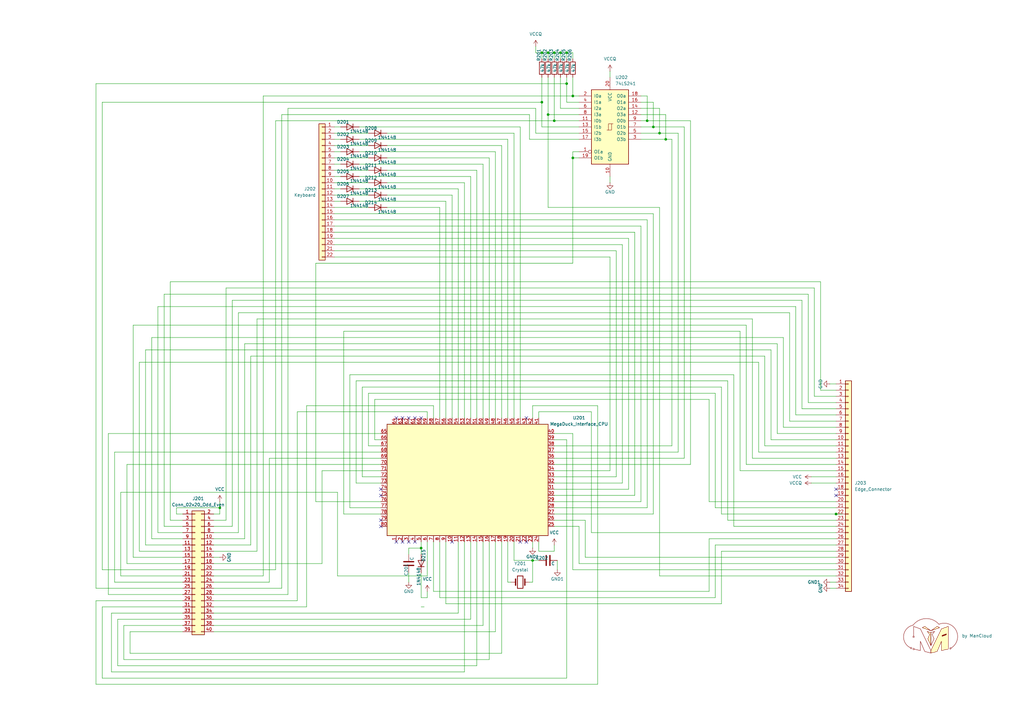
<source format=kicad_sch>
(kicad_sch (version 20250114) (generator "eeschema") (generator_version "9.0")
  (paper "A3")
  (title_block (title "MegaDuck - SJC - ASIC Board") (date "2025-12-12") (rev "v20251212") (company "ManCloud"))
  (junction (at 232.41 21.59))
  (junction (at 229.87 21.59))
  (junction (at 234.95 39.37))
  (junction (at 267.97 52.07))
  (junction (at 232.41 34.29))
  (junction (at 234.95 64.77))
  (junction (at 218.44 229.87))
  (junction (at 224.79 21.59))
  (junction (at 273.05 57.15))
  (junction (at 342.9 210.82))
  (junction (at 227.33 49.53))
  (junction (at 265.43 49.53))
  (junction (at 227.33 21.59))
  (junction (at 270.51 54.61))
  (junction (at 222.25 41.91))
  (junction (at 224.79 46.99))
  (junction (at 172.72 224.79))
  (junction (at 90.17 208.28))
  (junction (at 222.25 21.59))
  (no_connect (at 165.1 222.25))
  (no_connect (at 172.72 171.45))
  (no_connect (at 162.56 222.25))
  (no_connect (at 156.21 200.66))
  (no_connect (at 215.9 171.45))
  (no_connect (at 342.9 203.2))
  (no_connect (at 170.18 171.45))
  (no_connect (at 170.18 222.25))
  (no_connect (at 213.36 222.25))
  (no_connect (at 156.21 215.9))
  (no_connect (at 167.64 222.25))
  (no_connect (at 342.9 200.66))
  (no_connect (at 215.9 222.25))
  (no_connect (at 167.64 171.45))
  (no_connect (at 156.21 213.36))
  (no_connect (at 156.21 203.2))
  (no_connect (at 185.42 222.25))
  (no_connect (at 162.56 171.45))
  (no_connect (at 165.1 171.45))
  (wire (pts (xy 198.12 67.31) (xy 198.12 171.45)))
  (wire (pts (xy 290.83 220.98) (xy 342.9 220.98)))
  (wire (pts (xy 293.37 208.28) (xy 342.9 208.28)))
  (wire (pts (xy 250.19 72.39) (xy 250.19 74.93)))
  (wire (pts (xy 156.21 193.04) (xy 132.08 193.04)))
  (wire (pts (xy 87.63 228.6) (xy 90.17 228.6)))
  (wire (pts (xy 151.13 182.88) (xy 151.13 161.29)))
  (wire (pts (xy 205.74 59.69) (xy 205.74 171.45)))
  (wire (pts (xy 270.51 44.45) (xy 262.89 44.45)))
  (wire (pts (xy 227.33 210.82) (xy 267.97 210.82)))
  (wire (pts (xy 200.66 64.77) (xy 200.66 171.45)))
  (wire (pts (xy 74.93 241.3) (xy 39.37 241.3)))
  (wire (pts (xy 321.31 138.43) (xy 62.23 138.43)))
  (wire (pts (xy 53.34 267.97) (xy 53.34 259.08)))
  (wire (pts (xy 342.9 175.26) (xy 321.31 175.26)))
  (wire (pts (xy 227.33 182.88) (xy 275.59 182.88)))
  (wire (pts (xy 334.01 162.56) (xy 334.01 118.11)))
  (wire (pts (xy 143.51 208.28) (xy 143.51 153.67)))
  (wire (pts (xy 151.13 69.85) (xy 137.16 69.85)))
  (wire (pts (xy 240.03 213.36) (xy 240.03 228.6)))
  (wire (pts (xy 113.03 233.68) (xy 113.03 49.53)))
  (wire (pts (xy 242.57 218.44) (xy 342.9 218.44)))
  (wire (pts (xy 290.83 205.74) (xy 342.9 205.74)))
  (wire (pts (xy 153.67 180.34) (xy 153.67 163.83)))
  (wire (pts (xy 46.99 238.76) (xy 74.93 238.76)))
  (wire (pts (xy 187.96 222.25) (xy 187.96 251.46)))
  (wire (pts (xy 95.25 215.9) (xy 87.63 215.9)))
  (wire (pts (xy 175.26 171.45) (xy 175.26 168.91)))
  (wire (pts (xy 151.13 161.29) (xy 293.37 161.29)))
  (wire (pts (xy 326.39 170.18) (xy 326.39 125.73)))
  (wire (pts (xy 139.7 62.23) (xy 137.16 62.23)))
  (wire (pts (xy 147.32 57.15) (xy 208.28 57.15)))
  (wire (pts (xy 50.8 256.54) (xy 74.93 256.54)))
  (wire (pts (xy 222.25 21.59) (xy 219.71 21.59)))
  (wire (pts (xy 340.36 238.76) (xy 342.9 238.76)))
  (wire (pts (xy 303.53 193.04) (xy 303.53 135.89)))
  (wire (pts (xy 177.8 171.45) (xy 177.8 166.37)))
  (wire (pts (xy 151.13 85.09) (xy 137.16 85.09)))
  (wire (pts (xy 64.77 125.73) (xy 64.77 218.44)))
  (wire (pts (xy 52.07 231.14) (xy 74.93 231.14)))
  (wire (pts (xy 205.74 267.97) (xy 53.34 267.97)))
  (wire (pts (xy 237.49 46.99) (xy 224.79 46.99)))
  (wire (pts (xy 151.13 74.93) (xy 137.16 74.93)))
  (wire (pts (xy 262.89 92.71) (xy 137.16 92.71)))
  (wire (pts (xy 147.32 52.07) (xy 213.36 52.07)))
  (wire (pts (xy 232.41 180.34) (xy 232.41 278.13)))
  (wire (pts (xy 200.66 270.51) (xy 50.8 270.51)))
  (wire (pts (xy 262.89 52.07) (xy 267.97 52.07)))
  (wire (pts (xy 167.64 224.79) (xy 172.72 224.79)))
  (wire (pts (xy 229.87 31.75) (xy 229.87 44.45)))
  (wire (pts (xy 213.36 52.07) (xy 213.36 171.45)))
  (wire (pts (xy 237.49 39.37) (xy 234.95 39.37)))
  (wire (pts (xy 275.59 57.15) (xy 273.05 57.15)))
  (wire (pts (xy 121.92 246.38) (xy 87.63 246.38)))
  (wire (pts (xy 210.82 229.87) (xy 210.82 222.25)))
  (wire (pts (xy 237.49 49.53) (xy 227.33 49.53)))
  (wire (pts (xy 222.25 41.91) (xy 41.91 41.91)))
  (wire (pts (xy 125.73 166.37) (xy 125.73 248.92)))
  (wire (pts (xy 39.37 241.3) (xy 39.37 34.29)))
  (wire (pts (xy 224.79 85.09) (xy 270.51 85.09)))
  (wire (pts (xy 222.25 52.07) (xy 237.49 52.07)))
  (wire (pts (xy 262.89 54.61) (xy 270.51 54.61)))
  (wire (pts (xy 39.37 34.29) (xy 232.41 34.29)))
  (wire (pts (xy 147.32 67.31) (xy 198.12 67.31)))
  (wire (pts (xy 156.21 190.5) (xy 52.07 190.5)))
  (wire (pts (xy 270.51 54.61) (xy 270.51 44.45)))
  (wire (pts (xy 87.63 210.82) (xy 90.17 210.82)))
  (wire (pts (xy 308.61 187.96) (xy 342.9 187.96)))
  (wire (pts (xy 220.98 168.91) (xy 242.57 168.91)))
  (wire (pts (xy 217.17 57.15) (xy 217.17 46.99)))
  (wire (pts (xy 198.12 222.25) (xy 198.12 256.54)))
  (wire (pts (xy 125.73 248.92) (xy 87.63 248.92)))
  (wire (pts (xy 95.25 123.19) (xy 328.93 123.19)))
  (wire (pts (xy 187.96 251.46) (xy 87.63 251.46)))
  (wire (pts (xy 255.27 100.33) (xy 137.16 100.33)))
  (wire (pts (xy 273.05 57.15) (xy 273.05 46.99)))
  (wire (pts (xy 147.32 82.55) (xy 182.88 82.55)))
  (wire (pts (xy 172.72 222.25) (xy 172.72 224.79)))
  (wire (pts (xy 100.33 140.97) (xy 100.33 220.98)))
  (wire (pts (xy 193.04 222.25) (xy 193.04 254)))
  (wire (pts (xy 167.64 234.95) (xy 167.64 238.76)))
  (wire (pts (xy 220.98 171.45) (xy 220.98 168.91)))
  (wire (pts (xy 252.73 102.87) (xy 137.16 102.87)))
  (wire (pts (xy 139.7 52.07) (xy 137.16 52.07)))
  (wire (pts (xy 227.33 193.04) (xy 250.19 193.04)))
  (wire (pts (xy 147.32 72.39) (xy 193.04 72.39)))
  (wire (pts (xy 227.33 215.9) (xy 237.49 215.9)))
  (wire (pts (xy 92.71 213.36) (xy 87.63 213.36)))
  (wire (pts (xy 306.07 133.35) (xy 306.07 190.5)))
  (wire (pts (xy 172.72 224.79) (xy 172.72 227.33)))
  (wire (pts (xy 203.2 259.08) (xy 87.63 259.08)))
  (wire (pts (xy 57.15 148.59) (xy 311.15 148.59)))
  (wire (pts (xy 313.69 146.05) (xy 102.87 146.05)))
  (wire (pts (xy 227.33 187.96) (xy 280.67 187.96)))
  (wire (pts (xy 260.35 203.2) (xy 227.33 203.2)))
  (wire (pts (xy 237.49 215.9) (xy 237.49 231.14)))
  (wire (pts (xy 72.39 210.82) (xy 72.39 208.28)))
  (wire (pts (xy 45.72 275.59) (xy 45.72 251.46)))
  (wire (pts (xy 146.05 156.21) (xy 146.05 198.12)))
  (wire (pts (xy 113.03 233.68) (xy 87.63 233.68)))
  (wire (pts (xy 328.93 123.19) (xy 328.93 167.64)))
  (wire (pts (xy 224.79 46.99) (xy 224.79 85.09)))
  (wire (pts (xy 262.89 49.53) (xy 265.43 49.53)))
  (wire (pts (xy 234.95 39.37) (xy 107.95 39.37)))
  (wire (pts (xy 172.72 234.95) (xy 172.72 245.11)))
  (wire (pts (xy 137.16 87.63) (xy 267.97 87.63)))
  (wire (pts (xy 313.69 182.88) (xy 313.69 146.05)))
  (wire (pts (xy 222.25 21.59) (xy 222.25 24.13)))
  (wire (pts (xy 234.95 233.68) (xy 342.9 233.68)))
  (wire (pts (xy 158.75 69.85) (xy 195.58 69.85)))
  (wire (pts (xy 300.99 215.9) (xy 342.9 215.9)))
  (wire (pts (xy 156.21 185.42) (xy 46.99 185.42)))
  (wire (pts (xy 220.98 226.06) (xy 227.33 226.06)))
  (wire (pts (xy 345.44 210.82) (xy 342.9 210.82)))
  (wire (pts (xy 265.43 208.28) (xy 227.33 208.28)))
  (wire (pts (xy 295.91 210.82) (xy 342.9 210.82)))
  (wire (pts (xy 227.33 31.75) (xy 227.33 49.53)))
  (wire (pts (xy 267.97 210.82) (xy 267.97 87.63)))
  (wire (pts (xy 318.77 140.97) (xy 100.33 140.97)))
  (wire (pts (xy 175.26 242.57) (xy 175.26 245.11)))
  (wire (pts (xy 139.7 57.15) (xy 137.16 57.15)))
  (wire (pts (xy 270.51 85.09) (xy 270.51 236.22)))
  (wire (pts (xy 257.81 97.79) (xy 137.16 97.79)))
  (wire (pts (xy 218.44 222.25) (xy 218.44 224.79)))
  (wire (pts (xy 331.47 165.1) (xy 331.47 120.65)))
  (wire (pts (xy 151.13 64.77) (xy 137.16 64.77)))
  (wire (pts (xy 227.33 213.36) (xy 240.03 213.36)))
  (wire (pts (xy 177.8 242.57) (xy 290.83 242.57)))
  (wire (pts (xy 240.03 228.6) (xy 342.9 228.6)))
  (wire (pts (xy 210.82 54.61) (xy 210.82 171.45)))
  (wire (pts (xy 69.85 115.57) (xy 69.85 213.36)))
  (wire (pts (xy 227.33 180.34) (xy 232.41 180.34)))
  (wire (pts (xy 255.27 198.12) (xy 255.27 100.33)))
  (wire (pts (xy 208.28 222.25) (xy 208.28 238.76)))
  (wire (pts (xy 234.95 177.8) (xy 227.33 177.8)))
  (wire (pts (xy 278.13 54.61) (xy 270.51 54.61)))
  (wire (pts (xy 115.57 46.99) (xy 115.57 241.3)))
  (wire (pts (xy 87.63 254) (xy 193.04 254)))
  (wire (pts (xy 102.87 146.05) (xy 102.87 223.52)))
  (wire (pts (xy 203.2 222.25) (xy 203.2 259.08)))
  (wire (pts (xy 172.72 245.11) (xy 175.26 245.11)))
  (wire (pts (xy 151.13 59.69) (xy 137.16 59.69)))
  (wire (pts (xy 265.43 90.17) (xy 265.43 208.28)))
  (wire (pts (xy 332.74 195.58) (xy 342.9 195.58)))
  (wire (pts (xy 129.54 205.74) (xy 129.54 107.95)))
  (wire (pts (xy 90.17 208.28) (xy 90.17 205.74)))
  (wire (pts (xy 331.47 120.65) (xy 67.31 120.65)))
  (wire (pts (xy 224.79 21.59) (xy 224.79 24.13)))
  (wire (pts (xy 237.49 57.15) (xy 217.17 57.15)))
  (wire (pts (xy 262.89 205.74) (xy 262.89 92.71)))
  (wire (pts (xy 39.37 246.38) (xy 74.93 246.38)))
  (wire (pts (xy 64.77 218.44) (xy 74.93 218.44)))
  (wire (pts (xy 340.36 157.48) (xy 342.9 157.48)))
  (wire (pts (xy 139.7 82.55) (xy 137.16 82.55)))
  (wire (pts (xy 218.44 229.87) (xy 218.44 238.76)))
  (wire (pts (xy 218.44 229.87) (xy 210.82 229.87)))
  (wire (pts (xy 138.43 236.22) (xy 138.43 201.93)))
  (wire (pts (xy 237.49 231.14) (xy 342.9 231.14)))
  (wire (pts (xy 147.32 62.23) (xy 203.2 62.23)))
  (wire (pts (xy 308.61 130.81) (xy 308.61 187.96)))
  (wire (pts (xy 118.11 243.84) (xy 118.11 44.45)))
  (wire (pts (xy 234.95 24.13) (xy 234.95 21.59)))
  (wire (pts (xy 148.59 195.58) (xy 148.59 158.75)))
  (wire (pts (xy 229.87 21.59) (xy 229.87 24.13)))
  (wire (pts (xy 195.58 69.85) (xy 195.58 171.45)))
  (wire (pts (xy 158.75 59.69) (xy 205.74 59.69)))
  (wire (pts (xy 298.45 213.36) (xy 298.45 156.21)))
  (wire (pts (xy 306.07 190.5) (xy 342.9 190.5)))
  (wire (pts (xy 147.32 77.47) (xy 187.96 77.47)))
  (wire (pts (xy 195.58 222.25) (xy 195.58 273.05)))
  (wire (pts (xy 311.15 185.42) (xy 342.9 185.42)))
  (wire (pts (xy 41.91 41.91) (xy 41.91 233.68)))
  (wire (pts (xy 342.9 180.34) (xy 316.23 180.34)))
  (wire (pts (xy 262.89 57.15) (xy 273.05 57.15)))
  (wire (pts (xy 222.25 52.07) (xy 222.25 41.91)))
  (wire (pts (xy 278.13 185.42) (xy 278.13 54.61)))
  (wire (pts (xy 129.54 107.95) (xy 234.95 107.95)))
  (wire (pts (xy 227.33 190.5) (xy 283.21 190.5)))
  (wire (pts (xy 41.91 233.68) (xy 74.93 233.68)))
  (wire (pts (xy 175.26 168.91) (xy 121.92 168.91)))
  (wire (pts (xy 342.9 213.36) (xy 298.45 213.36)))
  (wire (pts (xy 158.75 74.93) (xy 190.5 74.93)))
  (wire (pts (xy 295.91 247.65) (xy 295.91 226.06)))
  (wire (pts (xy 232.41 21.59) (xy 232.41 24.13)))
  (wire (pts (xy 156.21 177.8) (xy 44.45 177.8)))
  (wire (pts (xy 234.95 62.23) (xy 234.95 64.77)))
  (wire (pts (xy 224.79 21.59) (xy 222.25 21.59)))
  (wire (pts (xy 95.25 123.19) (xy 95.25 215.9)))
  (wire (pts (xy 295.91 158.75) (xy 295.91 210.82)))
  (wire (pts (xy 295.91 226.06) (xy 342.9 226.06)))
  (wire (pts (xy 48.26 254) (xy 74.93 254)))
  (wire (pts (xy 340.36 241.3) (xy 342.9 241.3)))
  (wire (pts (xy 41.91 278.13) (xy 41.91 248.92)))
  (wire (pts (xy 54.61 133.35) (xy 306.07 133.35)))
  (wire (pts (xy 250.19 29.21) (xy 250.19 31.75)))
  (wire (pts (xy 219.71 19.05) (xy 219.71 21.59)))
  (wire (pts (xy 232.41 21.59) (xy 229.87 21.59)))
  (wire (pts (xy 158.75 85.09) (xy 180.34 85.09)))
  (wire (pts (xy 227.33 198.12) (xy 255.27 198.12)))
  (wire (pts (xy 232.41 31.75) (xy 232.41 34.29)))
  (wire (pts (xy 107.95 39.37) (xy 107.95 236.22)))
  (wire (pts (xy 200.66 222.25) (xy 200.66 270.51)))
  (wire (pts (xy 234.95 233.68) (xy 234.95 177.8)))
  (wire (pts (xy 321.31 175.26) (xy 321.31 138.43)))
  (wire (pts (xy 290.83 163.83) (xy 290.83 205.74)))
  (wire (pts (xy 41.91 248.92) (xy 74.93 248.92)))
  (wire (pts (xy 44.45 243.84) (xy 74.93 243.84)))
  (wire (pts (xy 342.9 182.88) (xy 313.69 182.88)))
  (wire (pts (xy 283.21 190.5) (xy 283.21 49.53)))
  (wire (pts (xy 132.08 193.04) (xy 132.08 231.14)))
  (wire (pts (xy 257.81 200.66) (xy 257.81 97.79)))
  (wire (pts (xy 208.28 238.76) (xy 209.55 238.76)))
  (wire (pts (xy 185.42 80.01) (xy 185.42 171.45)))
  (wire (pts (xy 151.13 54.61) (xy 137.16 54.61)))
  (wire (pts (xy 105.41 130.81) (xy 105.41 226.06)))
  (wire (pts (xy 316.23 143.51) (xy 59.69 143.51)))
  (wire (pts (xy 290.83 242.57) (xy 290.83 220.98)))
  (wire (pts (xy 62.23 220.98) (xy 74.93 220.98)))
  (wire (pts (xy 283.21 49.53) (xy 265.43 49.53)))
  (wire (pts (xy 72.39 208.28) (xy 90.17 208.28)))
  (wire (pts (xy 190.5 74.93) (xy 190.5 171.45)))
  (wire (pts (xy 87.63 243.84) (xy 118.11 243.84)))
  (wire (pts (xy 208.28 57.15) (xy 208.28 171.45)))
  (wire (pts (xy 54.61 133.35) (xy 54.61 228.6)))
  (wire (pts (xy 48.26 273.05) (xy 48.26 254)))
  (wire (pts (xy 193.04 72.39) (xy 193.04 171.45)))
  (wire (pts (xy 280.67 187.96) (xy 280.67 52.07)))
  (wire (pts (xy 220.98 222.25) (xy 220.98 226.06)))
  (wire (pts (xy 232.41 34.29) (xy 232.41 41.91)))
  (wire (pts (xy 177.8 222.25) (xy 177.8 242.57)))
  (wire (pts (xy 311.15 148.59) (xy 311.15 185.42)))
  (wire (pts (xy 54.61 228.6) (xy 74.93 228.6)))
  (wire (pts (xy 273.05 46.99) (xy 262.89 46.99)))
  (wire (pts (xy 218.44 171.45) (xy 218.44 166.37)))
  (wire (pts (xy 222.25 31.75) (xy 222.25 41.91)))
  (wire (pts (xy 180.34 85.09) (xy 180.34 171.45)))
  (wire (pts (xy 252.73 195.58) (xy 252.73 102.87)))
  (wire (pts (xy 146.05 198.12) (xy 156.21 198.12)))
  (wire (pts (xy 234.95 31.75) (xy 234.95 39.37)))
  (wire (pts (xy 49.53 201.93) (xy 49.53 236.22)))
  (wire (pts (xy 227.33 226.06) (xy 227.33 223.52)))
  (wire (pts (xy 53.34 259.08) (xy 74.93 259.08)))
  (wire (pts (xy 265.43 39.37) (xy 262.89 39.37)))
  (wire (pts (xy 336.55 115.57) (xy 69.85 115.57)))
  (wire (pts (xy 182.88 82.55) (xy 182.88 171.45)))
  (wire (pts (xy 92.71 118.11) (xy 92.71 213.36)))
  (wire (pts (xy 49.53 236.22) (xy 74.93 236.22)))
  (wire (pts (xy 303.53 135.89) (xy 140.97 135.89)))
  (wire (pts (xy 153.67 163.83) (xy 290.83 163.83)))
  (wire (pts (xy 323.85 128.27) (xy 323.85 172.72)))
  (wire (pts (xy 110.49 238.76) (xy 87.63 238.76)))
  (wire (pts (xy 156.21 195.58) (xy 148.59 195.58)))
  (wire (pts (xy 190.5 275.59) (xy 45.72 275.59)))
  (wire (pts (xy 250.19 193.04) (xy 250.19 105.41)))
  (wire (pts (xy 105.41 130.81) (xy 308.61 130.81)))
  (wire (pts (xy 275.59 182.88) (xy 275.59 57.15)))
  (wire (pts (xy 69.85 213.36) (xy 74.93 213.36)))
  (wire (pts (xy 115.57 241.3) (xy 87.63 241.3)))
  (wire (pts (xy 74.93 226.06) (xy 57.15 226.06)))
  (wire (pts (xy 342.9 165.1) (xy 331.47 165.1)))
  (wire (pts (xy 156.21 208.28) (xy 143.51 208.28)))
  (wire (pts (xy 270.51 236.22) (xy 342.9 236.22)))
  (wire (pts (xy 167.64 227.33) (xy 167.64 224.79)))
  (wire (pts (xy 198.12 256.54) (xy 87.63 256.54)))
  (wire (pts (xy 105.41 226.06) (xy 87.63 226.06)))
  (wire (pts (xy 227.33 185.42) (xy 278.13 185.42)))
  (wire (pts (xy 228.6 229.87) (xy 228.6 233.68)))
  (wire (pts (xy 151.13 80.01) (xy 137.16 80.01)))
  (wire (pts (xy 90.17 210.82) (xy 90.17 208.28)))
  (wire (pts (xy 138.43 201.93) (xy 49.53 201.93)))
  (wire (pts (xy 172.72 248.92) (xy 173.99 248.92)))
  (wire (pts (xy 234.95 64.77) (xy 237.49 64.77)))
  (wire (pts (xy 245.11 280.67) (xy 39.37 280.67)))
  (wire (pts (xy 219.71 54.61) (xy 237.49 54.61)))
  (wire (pts (xy 342.9 177.8) (xy 318.77 177.8)))
  (wire (pts (xy 237.49 44.45) (xy 229.87 44.45)))
  (wire (pts (xy 158.75 54.61) (xy 210.82 54.61)))
  (wire (pts (xy 332.74 198.12) (xy 342.9 198.12)))
  (wire (pts (xy 217.17 46.99) (xy 115.57 46.99)))
  (wire (pts (xy 227.33 21.59) (xy 224.79 21.59)))
  (wire (pts (xy 298.45 156.21) (xy 146.05 156.21)))
  (wire (pts (xy 57.15 226.06) (xy 57.15 148.59)))
  (wire (pts (xy 39.37 280.67) (xy 39.37 246.38)))
  (wire (pts (xy 205.74 222.25) (xy 205.74 267.97)))
  (wire (pts (xy 227.33 21.59) (xy 227.33 24.13)))
  (wire (pts (xy 316.23 180.34) (xy 316.23 143.51)))
  (wire (pts (xy 260.35 95.25) (xy 260.35 203.2)))
  (wire (pts (xy 100.33 220.98) (xy 87.63 220.98)))
  (wire (pts (xy 300.99 153.67) (xy 300.99 215.9)))
  (wire (pts (xy 50.8 270.51) (xy 50.8 256.54)))
  (wire (pts (xy 260.35 95.25) (xy 137.16 95.25)))
  (wire (pts (xy 180.34 245.11) (xy 293.37 245.11)))
  (wire (pts (xy 234.95 21.59) (xy 232.41 21.59)))
  (wire (pts (xy 118.11 44.45) (xy 219.71 44.45)))
  (wire (pts (xy 121.92 168.91) (xy 121.92 246.38)))
  (wire (pts (xy 267.97 41.91) (xy 262.89 41.91)))
  (wire (pts (xy 303.53 193.04) (xy 342.9 193.04)))
  (wire (pts (xy 158.75 64.77) (xy 200.66 64.77)))
  (wire (pts (xy 132.08 231.14) (xy 87.63 231.14)))
  (wire (pts (xy 156.21 187.96) (xy 110.49 187.96)))
  (wire (pts (xy 175.26 236.22) (xy 138.43 236.22)))
  (wire (pts (xy 342.9 167.64) (xy 328.93 167.64)))
  (wire (pts (xy 280.67 52.07) (xy 267.97 52.07)))
  (wire (pts (xy 158.75 80.01) (xy 185.42 80.01)))
  (wire (pts (xy 148.59 158.75) (xy 295.91 158.75)))
  (wire (pts (xy 293.37 161.29) (xy 293.37 208.28)))
  (wire (pts (xy 137.16 90.17) (xy 265.43 90.17)))
  (wire (pts (xy 67.31 215.9) (xy 74.93 215.9)))
  (wire (pts (xy 52.07 190.5) (xy 52.07 231.14)))
  (wire (pts (xy 175.26 222.25) (xy 175.26 236.22)))
  (wire (pts (xy 293.37 245.11) (xy 293.37 223.52)))
  (wire (pts (xy 74.93 210.82) (xy 72.39 210.82)))
  (wire (pts (xy 195.58 273.05) (xy 48.26 273.05)))
  (wire (pts (xy 336.55 160.02) (xy 336.55 115.57)))
  (wire (pts (xy 227.33 205.74) (xy 262.89 205.74)))
  (wire (pts (xy 180.34 222.25) (xy 180.34 245.11)))
  (wire (pts (xy 182.88 222.25) (xy 182.88 247.65)))
  (wire (pts (xy 342.9 170.18) (xy 326.39 170.18)))
  (wire (pts (xy 265.43 49.53) (xy 265.43 39.37)))
  (wire (pts (xy 45.72 251.46) (xy 74.93 251.46)))
  (wire (pts (xy 143.51 153.67) (xy 300.99 153.67)))
  (wire (pts (xy 107.95 236.22) (xy 87.63 236.22)))
  (wire (pts (xy 342.9 172.72) (xy 323.85 172.72)))
  (wire (pts (xy 62.23 138.43) (xy 62.23 220.98)))
  (wire (pts (xy 318.77 177.8) (xy 318.77 140.97)))
  (wire (pts (xy 224.79 31.75) (xy 224.79 46.99)))
  (wire (pts (xy 139.7 67.31) (xy 137.16 67.31)))
  (wire (pts (xy 232.41 278.13) (xy 41.91 278.13)))
  (wire (pts (xy 46.99 185.42) (xy 46.99 238.76)))
  (wire (pts (xy 102.87 223.52) (xy 87.63 223.52)))
  (wire (pts (xy 229.87 21.59) (xy 227.33 21.59)))
  (wire (pts (xy 177.8 166.37) (xy 125.73 166.37)))
  (wire (pts (xy 67.31 120.65) (xy 67.31 215.9)))
  (wire (pts (xy 245.11 166.37) (xy 245.11 280.67)))
  (wire (pts (xy 227.33 195.58) (xy 252.73 195.58)))
  (wire (pts (xy 59.69 143.51) (xy 59.69 223.52)))
  (wire (pts (xy 267.97 52.07) (xy 267.97 41.91)))
  (wire (pts (xy 182.88 247.65) (xy 295.91 247.65)))
  (wire (pts (xy 334.01 118.11) (xy 92.71 118.11)))
  (wire (pts (xy 139.7 72.39) (xy 137.16 72.39)))
  (wire (pts (xy 156.21 180.34) (xy 153.67 180.34)))
  (wire (pts (xy 139.7 77.47) (xy 137.16 77.47)))
  (wire (pts (xy 232.41 41.91) (xy 237.49 41.91)))
  (wire (pts (xy 97.79 218.44) (xy 87.63 218.44)))
  (wire (pts (xy 242.57 168.91) (xy 242.57 218.44)))
  (wire (pts (xy 97.79 128.27) (xy 97.79 218.44)))
  (wire (pts (xy 156.21 205.74) (xy 129.54 205.74)))
  (wire (pts (xy 342.9 160.02) (xy 336.55 160.02)))
  (wire (pts (xy 156.21 210.82) (xy 140.97 210.82)))
  (wire (pts (xy 218.44 229.87) (xy 220.98 229.87)))
  (wire (pts (xy 326.39 125.73) (xy 64.77 125.73)))
  (wire (pts (xy 237.49 62.23) (xy 234.95 62.23)))
  (wire (pts (xy 217.17 238.76) (xy 218.44 238.76)))
  (wire (pts (xy 219.71 44.45) (xy 219.71 54.61)))
  (wire (pts (xy 293.37 223.52) (xy 342.9 223.52)))
  (wire (pts (xy 234.95 64.77) (xy 234.95 107.95)))
  (wire (pts (xy 110.49 187.96) (xy 110.49 238.76)))
  (wire (pts (xy 140.97 135.89) (xy 140.97 210.82)))
  (wire (pts (xy 323.85 128.27) (xy 97.79 128.27)))
  (wire (pts (xy 44.45 177.8) (xy 44.45 243.84)))
  (wire (pts (xy 156.21 182.88) (xy 151.13 182.88)))
  (wire (pts (xy 250.19 105.41) (xy 137.16 105.41)))
  (wire (pts (xy 190.5 222.25) (xy 190.5 275.59)))
  (wire (pts (xy 227.33 200.66) (xy 257.81 200.66)))
  (wire (pts (xy 187.96 77.47) (xy 187.96 171.45)))
  (wire (pts (xy 59.69 223.52) (xy 74.93 223.52)))
  (wire (pts (xy 203.2 62.23) (xy 203.2 171.45)))
  (wire (pts (xy 113.03 49.53) (xy 227.33 49.53)))
  (wire (pts (xy 218.44 166.37) (xy 245.11 166.37)))
  (wire (pts (xy 342.9 162.56) (xy 334.01 162.56)))
  (symbol (lib_id "Diode:1N4148") (at 154.94 59.69 180) (unit 1)
    (property "Reference" "D209" (at 152.146 57.658 0))
    (property "Value" "1N4148" (at 158.75 61.468 0))
    (property "Footprint" "Diode_THT:D_DO-35_SOD27_P7.62mm_Horizontal" (effects (hide yes)))
    (property "Datasheet" "https://assets.nexperia.com/documents/data-sheet/1N4148_1N4448.pdf" (effects (hide yes)))
    (property "Description" "100V 0.15A standard switching diode, DO-35" (effects (hide yes)))
    (property "Sim.Device" "D" (effects (hide yes)))
    (property "Sim.Pins" "1=K 2=A" (effects (hide yes)))
  )
  (symbol (lib_id "Eigenes:by ManCloud") (at 381.8136 260.2206 0) (unit 1)
    (property "Reference" "U203" (effects (hide yes)))
    (property "Value" "by ManCloud" (at 394.4912 260.7732 0) (effects (justify left)))
  )
  (symbol (lib_id "Diode:1N4148") (at 143.51 77.47 180) (unit 1)
    (property "Reference" "D206" (at 140.716 75.438 0))
    (property "Value" "1N4148" (at 147.32 79.248 0))
    (property "Footprint" "Diode_THT:D_DO-35_SOD27_P7.62mm_Horizontal" (effects (hide yes)))
    (property "Datasheet" "https://assets.nexperia.com/documents/data-sheet/1N4148_1N4448.pdf" (effects (hide yes)))
    (property "Description" "100V 0.15A standard switching diode, DO-35" (effects (hide yes)))
    (property "Sim.Device" "D" (effects (hide yes)))
    (property "Sim.Pins" "1=K 2=A" (effects (hide yes)))
  )
  (symbol (lib_id "power:VCC") (at 175.26 242.57 0) (unit 1)
    (property "Reference" "#PWR0204" (effects (hide yes)))
    (property "Value" "VCC" (at 175.26 237.49 0))
    (property "Description" "Power symbol creates a global label with name \"VCC\"" (effects (hide yes)))
  )
  (symbol (lib_id "Diode:1N4148") (at 143.51 52.07 180) (unit 1)
    (property "Reference" "D201" (at 140.716 50.038 0))
    (property "Value" "1N4148" (at 147.32 53.848 0))
    (property "Footprint" "Diode_THT:D_DO-35_SOD27_P7.62mm_Horizontal" (effects (hide yes)))
    (property "Datasheet" "https://assets.nexperia.com/documents/data-sheet/1N4148_1N4448.pdf" (effects (hide yes)))
    (property "Description" "100V 0.15A standard switching diode, DO-35" (effects (hide yes)))
    (property "Sim.Device" "D" (effects (hide yes)))
    (property "Sim.Pins" "1=K 2=A" (effects (hide yes)))
  )
  (symbol (lib_id "Diode:1N4148") (at 154.94 64.77 180) (unit 1)
    (property "Reference" "D210" (at 152.146 62.738 0))
    (property "Value" "1N4148" (at 158.75 66.548 0))
    (property "Footprint" "Diode_THT:D_DO-35_SOD27_P7.62mm_Horizontal" (effects (hide yes)))
    (property "Datasheet" "https://assets.nexperia.com/documents/data-sheet/1N4148_1N4448.pdf" (effects (hide yes)))
    (property "Description" "100V 0.15A standard switching diode, DO-35" (effects (hide yes)))
    (property "Sim.Device" "D" (effects (hide yes)))
    (property "Sim.Pins" "1=K 2=A" (effects (hide yes)))
  )
  (symbol (lib_id "Device:C") (at 224.79 229.87 90) (unit 1)
    (property "Reference" "C202" (at 222.25 228.854 90))
    (property "Value" "C" (at 226.822 231.14 90))
    (property "Description" "Unpolarized capacitor" (effects (hide yes)))
  )
  (symbol (lib_id "Diode:1N4148") (at 143.51 57.15 180) (unit 1)
    (property "Reference" "D202" (at 140.716 55.118 0))
    (property "Value" "1N4148" (at 147.32 58.928 0))
    (property "Footprint" "Diode_THT:D_DO-35_SOD27_P7.62mm_Horizontal" (effects (hide yes)))
    (property "Datasheet" "https://assets.nexperia.com/documents/data-sheet/1N4148_1N4448.pdf" (effects (hide yes)))
    (property "Description" "100V 0.15A standard switching diode, DO-35" (effects (hide yes)))
    (property "Sim.Device" "D" (effects (hide yes)))
    (property "Sim.Pins" "1=K 2=A" (effects (hide yes)))
  )
  (symbol (lib_id "power:VCC") (at 90.17 205.74 0) (unit 1)
    (property "Reference" "#PWR0201" (effects (hide yes)))
    (property "Value" "VCC" (at 90.17 200.66 0))
    (property "Description" "Power symbol creates a global label with name \"VCC\"" (effects (hide yes)))
  )
  (symbol (lib_id "power:GND1") (at 228.6 233.68 0) (unit 1)
    (property "Reference" "#PWR0208" (effects (hide yes)))
    (property "Value" "GND1" (at 228.6 237.49 0))
    (property "Description" "Power symbol creates a global label with name \"GND1\" , ground" (effects (hide yes)))
  )
  (symbol (lib_id "power:GND") (at 340.36 241.3 270) (unit 1)
    (property "Reference" "#PWR0215" (effects (hide yes)))
    (property "Value" "GND" (at 336.55 241.3 0))
    (property "Description" "Power symbol creates a global label with name \"GND\" , ground" (effects (hide yes)))
  )
  (symbol (lib_id "Device:R") (at 234.95 27.94 0) (unit 1)
    (property "Reference" "R206" (at 233.68 25.146 90) (effects (justify left)))
    (property "Value" "47k" (at 235.204 29.718 90) (effects (justify left)))
    (property "Description" "Resistor" (effects (hide yes)))
  )
  (symbol (lib_id "Diode:1N4148") (at 143.51 62.23 180) (unit 1)
    (property "Reference" "D203" (at 140.716 60.198 0))
    (property "Value" "1N4148" (at 147.32 64.008 0))
    (property "Footprint" "Diode_THT:D_DO-35_SOD27_P7.62mm_Horizontal" (effects (hide yes)))
    (property "Datasheet" "https://assets.nexperia.com/documents/data-sheet/1N4148_1N4448.pdf" (effects (hide yes)))
    (property "Description" "100V 0.15A standard switching diode, DO-35" (effects (hide yes)))
    (property "Sim.Device" "D" (effects (hide yes)))
    (property "Sim.Pins" "1=K 2=A" (effects (hide yes)))
  )
  (symbol (lib_id "Device:R") (at 227.33 27.94 0) (unit 1)
    (property "Reference" "R203" (at 226.06 25.146 90) (effects (justify left)))
    (property "Value" "47k" (at 227.584 29.718 90) (effects (justify left)))
    (property "Description" "Resistor" (effects (hide yes)))
  )
  (symbol (lib_id "power:GND1") (at 218.44 224.79 0) (unit 1)
    (property "Reference" "#PWR0205" (effects (hide yes)))
    (property "Value" "GND1" (at 218.44 228.346 0))
    (property "Description" "Power symbol creates a global label with name \"GND1\" , ground" (effects (hide yes)))
  )
  (symbol (lib_id "Device:C") (at 167.64 231.14 180) (unit 1)
    (property "Reference" "C201" (at 166.624 233.68 90))
    (property "Value" "C" (at 168.91 229.108 90))
    (property "Description" "Unpolarized capacitor" (effects (hide yes)))
  )
  (symbol (lib_id "Diode:1N4148") (at 154.94 85.09 180) (unit 1)
    (property "Reference" "D214" (at 152.146 83.058 0))
    (property "Value" "1N4148" (at 158.75 86.868 0))
    (property "Footprint" "Diode_THT:D_DO-35_SOD27_P7.62mm_Horizontal" (effects (hide yes)))
    (property "Datasheet" "https://assets.nexperia.com/documents/data-sheet/1N4148_1N4448.pdf" (effects (hide yes)))
    (property "Description" "100V 0.15A standard switching diode, DO-35" (effects (hide yes)))
    (property "Sim.Device" "D" (effects (hide yes)))
    (property "Sim.Pins" "1=K 2=A" (effects (hide yes)))
  )
  (symbol (lib_id "Diode:1N4148") (at 154.94 74.93 180) (unit 1)
    (property "Reference" "D212" (at 152.146 72.898 0))
    (property "Value" "1N4148" (at 158.75 76.708 0))
    (property "Footprint" "Diode_THT:D_DO-35_SOD27_P7.62mm_Horizontal" (effects (hide yes)))
    (property "Datasheet" "https://assets.nexperia.com/documents/data-sheet/1N4148_1N4448.pdf" (effects (hide yes)))
    (property "Description" "100V 0.15A standard switching diode, DO-35" (effects (hide yes)))
    (property "Sim.Device" "D" (effects (hide yes)))
    (property "Sim.Pins" "1=K 2=A" (effects (hide yes)))
  )
  (symbol (lib_id "Connector_Generic:Conn_01x34") (at 347.98 198.12 0) (unit 1)
    (property "Reference" "J203" (at 350.52 198.1199 0) (effects (justify left)))
    (property "Value" "Edge_Connector" (at 350.52 200.6599 0) (effects (justify left)))
    (property "Description" "Generic connector, single row, 01x34, script generated (kicad-library-utils/schlib/autogen/connector/)" (effects (hide yes)))
  )
  (symbol (lib_id "Diode:1N4148") (at 172.72 231.14 270) (mirror x) (unit 1)
    (property "Reference" "D215" (at 173.736 227.838 0))
    (property "Value" "1N4148" (at 171.704 236.474 0))
    (property "Footprint" "Diode_THT:D_DO-35_SOD27_P7.62mm_Horizontal" (effects (hide yes)))
    (property "Datasheet" "https://assets.nexperia.com/documents/data-sheet/1N4148_1N4448.pdf" (effects (hide yes)))
    (property "Description" "100V 0.15A standard switching diode, DO-35" (effects (hide yes)))
    (property "Sim.Device" "D" (effects (hide yes)))
    (property "Sim.Pins" "1=K 2=A" (effects (hide yes)))
  )
  (symbol (lib_id "power:VCC") (at 227.33 223.52 0) (unit 1)
    (property "Reference" "#PWR0207" (effects (hide yes)))
    (property "Value" "VCC" (at 227.33 218.44 0))
    (property "Description" "Power symbol creates a global label with name \"VCC\"" (effects (hide yes)))
  )
  (symbol (lib_id "power:GND") (at 340.36 157.48 270) (unit 1)
    (property "Reference" "#PWR0213" (effects (hide yes)))
    (property "Value" "GND" (at 336.55 157.48 0))
    (property "Description" "Power symbol creates a global label with name \"GND\" , ground" (effects (hide yes)))
  )
  (symbol (lib_id "power:VCCQ") (at 250.19 29.21 0) (unit 1)
    (property "Reference" "#PWR0209" (effects (hide yes)))
    (property "Value" "VCCQ" (at 250.19 24.13 0))
    (property "Description" "Power symbol creates a global label with name \"VCCQ\"" (effects (hide yes)))
  )
  (symbol (lib_id "Diode:1N4148") (at 154.94 54.61 180) (unit 1)
    (property "Reference" "D208" (at 152.146 52.578 0))
    (property "Value" "1N4148" (at 158.75 56.388 0))
    (property "Footprint" "Diode_THT:D_DO-35_SOD27_P7.62mm_Horizontal" (effects (hide yes)))
    (property "Datasheet" "https://assets.nexperia.com/documents/data-sheet/1N4148_1N4448.pdf" (effects (hide yes)))
    (property "Description" "100V 0.15A standard switching diode, DO-35" (effects (hide yes)))
    (property "Sim.Device" "D" (effects (hide yes)))
    (property "Sim.Pins" "1=K 2=A" (effects (hide yes)))
  )
  (symbol (lib_id "power:GND") (at 250.19 74.93 0) (unit 1)
    (property "Reference" "#PWR0210" (effects (hide yes)))
    (property "Value" "GND" (at 250.19 78.74 0))
    (property "Description" "Power symbol creates a global label with name \"GND\" , ground" (effects (hide yes)))
  )
  (symbol (lib_id "Diode:1N4148") (at 143.51 67.31 180) (unit 1)
    (property "Reference" "D204" (at 140.716 65.278 0))
    (property "Value" "1N4148" (at 147.32 69.088 0))
    (property "Footprint" "Diode_THT:D_DO-35_SOD27_P7.62mm_Horizontal" (effects (hide yes)))
    (property "Datasheet" "https://assets.nexperia.com/documents/data-sheet/1N4148_1N4448.pdf" (effects (hide yes)))
    (property "Description" "100V 0.15A standard switching diode, DO-35" (effects (hide yes)))
    (property "Sim.Device" "D" (effects (hide yes)))
    (property "Sim.Pins" "1=K 2=A" (effects (hide yes)))
  )
  (symbol (lib_id "Diode:1N4148") (at 143.51 82.55 180) (unit 1)
    (property "Reference" "D207" (at 140.716 80.518 0))
    (property "Value" "1N4148" (at 147.32 84.328 0))
    (property "Footprint" "Diode_THT:D_DO-35_SOD27_P7.62mm_Horizontal" (effects (hide yes)))
    (property "Datasheet" "https://assets.nexperia.com/documents/data-sheet/1N4148_1N4448.pdf" (effects (hide yes)))
    (property "Description" "100V 0.15A standard switching diode, DO-35" (effects (hide yes)))
    (property "Sim.Device" "D" (effects (hide yes)))
    (property "Sim.Pins" "1=K 2=A" (effects (hide yes)))
  )
  (symbol (lib_id "Device:R") (at 222.25 27.94 0) (unit 1)
    (property "Reference" "R201" (at 220.98 25.146 90) (effects (justify left)))
    (property "Value" "47k" (at 222.504 29.718 90) (effects (justify left)))
    (property "Description" "Resistor" (effects (hide yes)))
  )
  (symbol (lib_id "Connector_Generic:Conn_01x22") (at 132.08 77.47 0) (mirror y) (unit 1)
    (property "Reference" "J202" (at 129.54 77.4699 0) (effects (justify left)))
    (property "Value" "Keyboard" (at 129.54 80.0099 0) (effects (justify left)))
    (property "Description" "Generic connector, single row, 01x22, script generated (kicad-library-utils/schlib/autogen/connector/)" (effects (hide yes)))
  )
  (symbol (lib_id "power:VCCQ") (at 332.74 198.12 90) (unit 1)
    (property "Reference" "#PWR0212" (effects (hide yes)))
    (property "Value" "VCCQ" (at 328.93 198.1199 90) (effects (justify left)))
    (property "Description" "Power symbol creates a global label with name \"VCCQ\"" (effects (hide yes)))
  )
  (symbol (lib_id "Diode:1N4148") (at 143.51 72.39 180) (unit 1)
    (property "Reference" "D205" (at 140.716 70.358 0))
    (property "Value" "1N4148" (at 147.32 74.168 0))
    (property "Footprint" "Diode_THT:D_DO-35_SOD27_P7.62mm_Horizontal" (effects (hide yes)))
    (property "Datasheet" "https://assets.nexperia.com/documents/data-sheet/1N4148_1N4448.pdf" (effects (hide yes)))
    (property "Description" "100V 0.15A standard switching diode, DO-35" (effects (hide yes)))
    (property "Sim.Device" "D" (effects (hide yes)))
    (property "Sim.Pins" "1=K 2=A" (effects (hide yes)))
  )
  (symbol (lib_id "Diode:1N4148") (at 154.94 80.01 180) (unit 1)
    (property "Reference" "D213" (at 152.146 77.978 0))
    (property "Value" "1N4148" (at 158.75 81.788 0))
    (property "Footprint" "Diode_THT:D_DO-35_SOD27_P7.62mm_Horizontal" (effects (hide yes)))
    (property "Datasheet" "https://assets.nexperia.com/documents/data-sheet/1N4148_1N4448.pdf" (effects (hide yes)))
    (property "Description" "100V 0.15A standard switching diode, DO-35" (effects (hide yes)))
    (property "Sim.Device" "D" (effects (hide yes)))
    (property "Sim.Pins" "1=K 2=A" (effects (hide yes)))
  )
  (symbol (lib_id "Device:R") (at 232.41 27.94 0) (unit 1)
    (property "Reference" "R205" (at 231.14 25.146 90) (effects (justify left)))
    (property "Value" "47k" (at 232.664 29.718 90) (effects (justify left)))
    (property "Description" "Resistor" (effects (hide yes)))
  )
  (symbol (lib_id "Device:R") (at 229.87 27.94 0) (unit 1)
    (property "Reference" "R204" (at 228.6 25.146 90) (effects (justify left)))
    (property "Value" "47k" (at 230.124 29.718 90) (effects (justify left)))
    (property "Description" "Resistor" (effects (hide yes)))
  )
  (symbol (lib_id "Connector_Generic:Conn_02x20_Odd_Even") (at 80.01 233.68 0) (unit 1)
    (property "Reference" "J201" (at 81.28 204.47 0))
    (property "Value" "Conn_02x20_Odd_Even" (at 81.28 207.01 0))
    (property "Description" "Generic connector, double row, 02x20, odd/even pin numbering scheme (row 1 odd numbers, row 2 even numbers), script generated (kicad-library-utils/schlib/autogen/connector/)" (effects (hide yes)))
  )
  (symbol (lib_id "Device:Crystal") (at 213.36 238.76 0) (unit 1)
    (property "Reference" "Y201" (at 213.36 231.14 0))
    (property "Value" "Crystal" (at 213.36 233.68 0))
    (property "Description" "Two pin crystal" (effects (hide yes)))
  )
  (symbol (lib_id "Mega_Duck:MegaDuck_Interface_CPU") (at 190.5 198.12 0) (unit 1)
    (property "Reference" "U201" (at 237.49 171.3798 0))
    (property "Value" "MegaDuck_Interface_CPU" (at 237.49 173.9198 0))
    (property "Footprint" "Gekkio_Package_QFP:Sharp_QFP-80_14x20mm_P0.8mm" (effects (hide yes)))
    (property "Description" "QFP-80" (effects (hide yes)))
  )
  (symbol (lib_id "Device:R") (at 224.79 27.94 0) (unit 1)
    (property "Reference" "R202" (at 223.52 25.146 90) (effects (justify left)))
    (property "Value" "47k" (at 225.044 29.718 90) (effects (justify left)))
    (property "Description" "Resistor" (effects (hide yes)))
  )
  (symbol (lib_id "power:VCCQ") (at 219.71 19.05 0) (unit 1)
    (property "Reference" "#PWR0206" (effects (hide yes)))
    (property "Value" "VCCQ" (at 219.71 13.97 0))
    (property "Description" "Power symbol creates a global label with name \"VCCQ\"" (effects (hide yes)))
  )
  (symbol (lib_id "power:GND1") (at 340.36 238.76 270) (unit 1)
    (property "Reference" "#PWR0214" (effects (hide yes)))
    (property "Value" "GND1" (at 336.55 238.7599 90) (effects (justify right)))
    (property "Description" "Power symbol creates a global label with name \"GND1\" , ground" (effects (hide yes)))
  )
  (symbol (lib_id "power:VCC") (at 332.74 195.58 90) (unit 1)
    (property "Reference" "#PWR0211" (effects (hide yes)))
    (property "Value" "VCC" (at 328.93 195.5799 90) (effects (justify left)))
    (property "Description" "Power symbol creates a global label with name \"VCC\"" (effects (hide yes)))
  )
  (symbol (lib_id "power:GND") (at 90.17 228.6 90) (unit 1)
    (property "Reference" "#PWR0202" (effects (hide yes)))
    (property "Value" "GND" (at 93.98 228.6 0))
    (property "Description" "Power symbol creates a global label with name \"GND\" , ground" (effects (hide yes)))
  )
  (symbol (lib_id "Diode:1N4148") (at 154.94 69.85 180) (unit 1)
    (property "Reference" "D211" (at 152.146 67.818 0))
    (property "Value" "1N4148" (at 158.75 71.628 0))
    (property "Footprint" "Diode_THT:D_DO-35_SOD27_P7.62mm_Horizontal" (effects (hide yes)))
    (property "Datasheet" "https://assets.nexperia.com/documents/data-sheet/1N4148_1N4448.pdf" (effects (hide yes)))
    (property "Description" "100V 0.15A standard switching diode, DO-35" (effects (hide yes)))
    (property "Sim.Device" "D" (effects (hide yes)))
    (property "Sim.Pins" "1=K 2=A" (effects (hide yes)))
  )
  (symbol (lib_id "power:GND") (at 167.64 238.76 0) (unit 1)
    (property "Reference" "#PWR0203" (effects (hide yes)))
    (property "Value" "GND" (at 167.64 242.57 0))
    (property "Description" "Power symbol creates a global label with name \"GND\" , ground" (effects (hide yes)))
  )
  (symbol (lib_id "74xx:74LS241") (at 250.19 52.07 0) (unit 1)
    (property "Reference" "U202" (at 252.3333 31.75 0) (effects (justify left)))
    (property "Value" "74LS241" (at 252.3333 34.29 0) (effects (justify left)))
    (property "Datasheet" "http://www.ti.com/lit/ds/symlink/sn74ls241.pdf" (effects (hide yes)))
    (property "Description" "Octal Buffer and Line Driver With 3-State Output, complementary enables, non-inverting outputs" (effects (hide yes)))
  )
)
</source>
